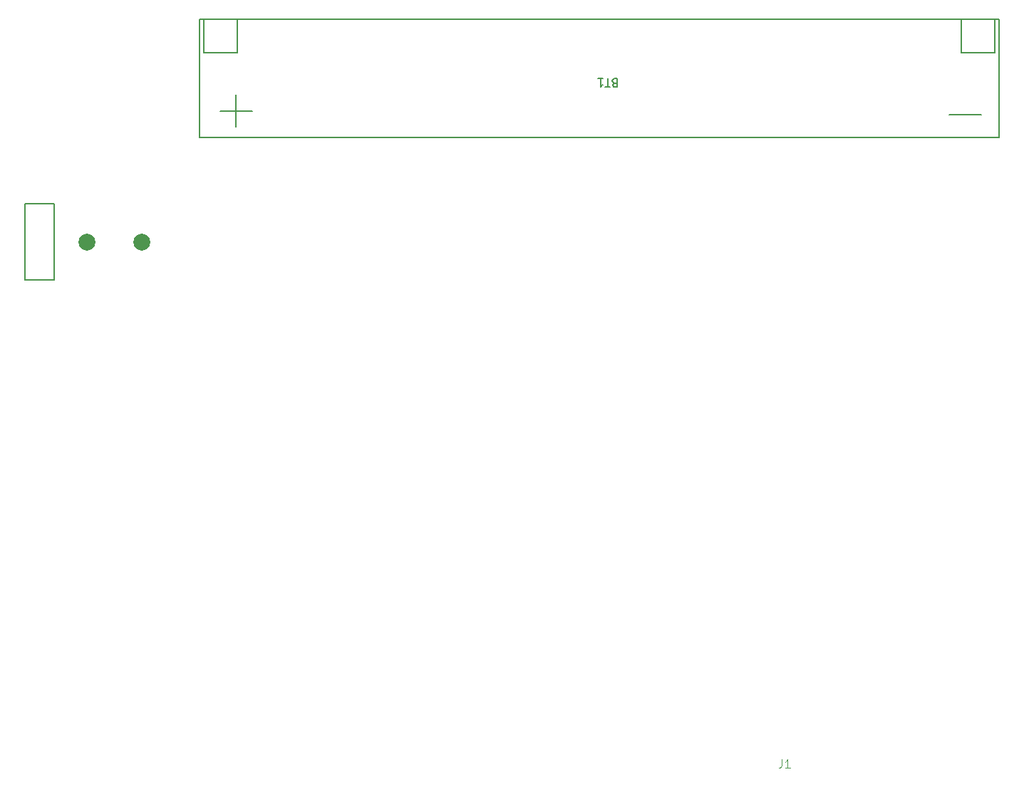
<source format=gbr>
%TF.GenerationSoftware,KiCad,Pcbnew,8.0.7*%
%TF.CreationDate,2025-05-03T19:39:34+09:00*%
%TF.ProjectId,cool642tb_R_with_tb,636f6f6c-3634-4327-9462-5f525f776974,rev?*%
%TF.SameCoordinates,Original*%
%TF.FileFunction,Legend,Top*%
%TF.FilePolarity,Positive*%
%FSLAX46Y46*%
G04 Gerber Fmt 4.6, Leading zero omitted, Abs format (unit mm)*
G04 Created by KiCad (PCBNEW 8.0.7) date 2025-05-03 19:39:34*
%MOMM*%
%LPD*%
G01*
G04 APERTURE LIST*
%ADD10C,0.100000*%
%ADD11C,0.150000*%
%ADD12C,2.000000*%
G04 APERTURE END LIST*
D10*
X60256666Y-60927419D02*
X60256666Y-61641704D01*
X60256666Y-61641704D02*
X60209047Y-61784561D01*
X60209047Y-61784561D02*
X60113809Y-61879800D01*
X60113809Y-61879800D02*
X59970952Y-61927419D01*
X59970952Y-61927419D02*
X59875714Y-61927419D01*
X61256666Y-61927419D02*
X60685238Y-61927419D01*
X60970952Y-61927419D02*
X60970952Y-60927419D01*
X60970952Y-60927419D02*
X60875714Y-61070276D01*
X60875714Y-61070276D02*
X60780476Y-61165514D01*
X60780476Y-61165514D02*
X60685238Y-61213133D01*
D11*
X40385714Y19481009D02*
X40242857Y19528628D01*
X40242857Y19528628D02*
X40195238Y19576247D01*
X40195238Y19576247D02*
X40147619Y19671485D01*
X40147619Y19671485D02*
X40147619Y19814342D01*
X40147619Y19814342D02*
X40195238Y19909580D01*
X40195238Y19909580D02*
X40242857Y19957200D01*
X40242857Y19957200D02*
X40338095Y20004819D01*
X40338095Y20004819D02*
X40719047Y20004819D01*
X40719047Y20004819D02*
X40719047Y19004819D01*
X40719047Y19004819D02*
X40385714Y19004819D01*
X40385714Y19004819D02*
X40290476Y19052438D01*
X40290476Y19052438D02*
X40242857Y19100057D01*
X40242857Y19100057D02*
X40195238Y19195295D01*
X40195238Y19195295D02*
X40195238Y19290533D01*
X40195238Y19290533D02*
X40242857Y19385771D01*
X40242857Y19385771D02*
X40290476Y19433390D01*
X40290476Y19433390D02*
X40385714Y19481009D01*
X40385714Y19481009D02*
X40719047Y19481009D01*
X39861904Y19004819D02*
X39290476Y19004819D01*
X39576190Y20004819D02*
X39576190Y19004819D01*
X38433333Y20004819D02*
X39004761Y20004819D01*
X38719047Y20004819D02*
X38719047Y19004819D01*
X38719047Y19004819D02*
X38814285Y19147676D01*
X38814285Y19147676D02*
X38909523Y19242914D01*
X38909523Y19242914D02*
X39004761Y19290533D01*
X83980839Y15725533D02*
X80171316Y15725533D01*
X-2689160Y16155533D02*
X-6498684Y16155533D01*
X-4593922Y18060295D02*
X-4593922Y14250771D01*
%TO.C,SW21*%
X-29650000Y5110000D02*
X-26150000Y5110000D01*
X-29650000Y-3890000D02*
X-29650000Y5110000D01*
X-26150000Y5110000D02*
X-26150000Y-3890000D01*
X-26150000Y-3890000D02*
X-29650000Y-3890000D01*
%TO.C,BT1*%
X-4400000Y23050000D02*
X-8400000Y23050000D01*
X-8400000Y27050000D01*
X-4400000Y27050000D01*
X-4400000Y23050000D01*
X85600000Y23050000D02*
X81600000Y23050000D01*
X81600000Y27050000D01*
X85600000Y27050000D01*
X85600000Y23050000D01*
X86100000Y13050000D02*
X-8900000Y13050000D01*
X-8900000Y27050000D01*
X86100000Y27050000D01*
X86100000Y13050000D01*
%TD*%
D12*
%TO.C,SW22*%
X-15770000Y580000D03*
X-22270000Y580000D03*
%TD*%
M02*

</source>
